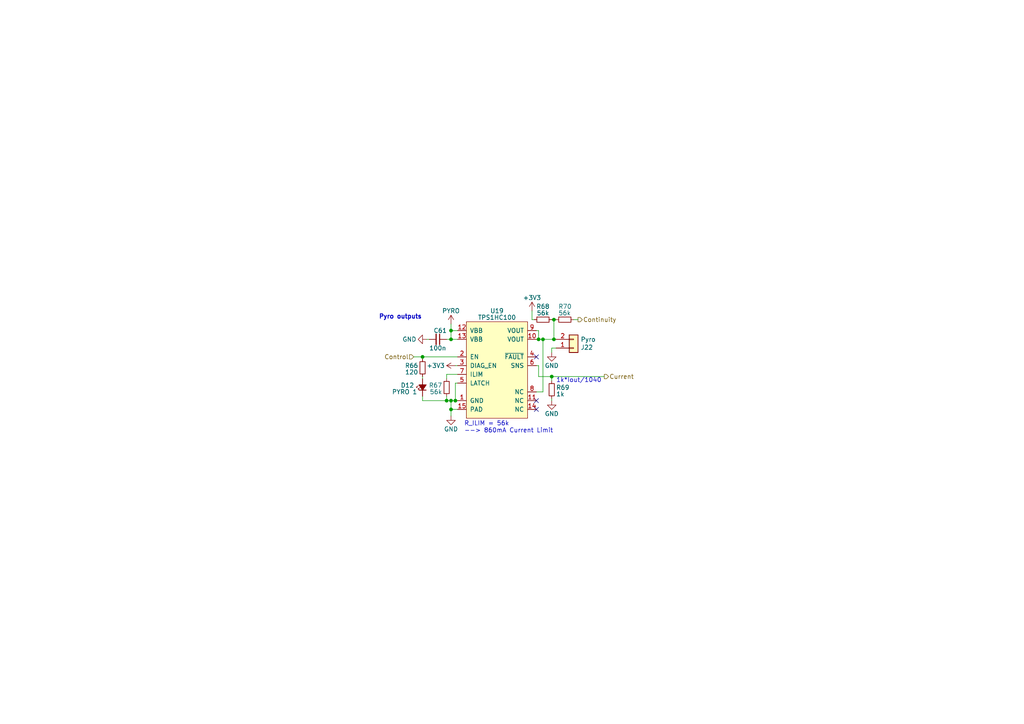
<source format=kicad_sch>
(kicad_sch (version 20211123) (generator eeschema)
  (paper "A4")
  (lib_symbols
    (symbol "Connector_Generic:Conn_01x02" (pin_names (offset 1.016) hide)
      (property "Reference" "J" (at 0 2.54 0))
      (property "Value" "Conn_01x02" (at 0 -5.08 0))
      (symbol "Conn_01x02_1_1"
        (rectangle (start -1.27 -2.413) (end 0 -2.667) (stroke (width 0.1524)))
        (rectangle (start -1.27 0.127) (end 0 -0.127) (stroke (width 0.1524)))
        (rectangle (start -1.27 1.27) (end 1.27 -3.81) (stroke (width 0.254)) (fill (type background)))
        (pin passive line (at -5.08 0 0) (length 3.81) (name "Pin_1") (number "1"))
        (pin passive line (at -5.08 -2.54 0) (length 3.81) (name "Pin_2") (number "2"))
      )
    )
    (symbol "Device:C_Small" (pin_numbers hide) (pin_names (offset 0.254) hide)
      (property "Reference" "C" (at 0.254 1.778 0))
      (property "Value" "C_Small" (at 0.254 -2.032 0))
      (symbol "C_Small_0_1"
        (polyline (pts (xy -1.524 -0.508) (xy 1.524 -0.508)) (stroke (width 0.3302)))
        (polyline (pts (xy -1.524 0.508) (xy 1.524 0.508)) (stroke (width 0.3048)))
      )
      (symbol "C_Small_1_1"
        (pin passive line (at 0 2.54 270) (length 2.032) (name "~") (number "1"))
        (pin passive line (at 0 -2.54 90) (length 2.032) (name "~") (number "2"))
      )
    )
    (symbol "Device:LED_Small_Filled" (pin_numbers hide) (pin_names (offset 0.254) hide)
      (property "Reference" "D" (at -1.27 3.175 0))
      (property "Value" "LED_Small_Filled" (at -4.445 -2.54 0))
      (symbol "LED_Small_Filled_0_1"
        (polyline (pts (xy -0.762 -1.016) (xy -0.762 1.016)) (stroke (width 0.254)))
        (polyline (pts (xy 1.016 0) (xy -0.762 0)))
        (polyline (pts (xy 0.762 -1.016) (xy -0.762 0) (xy 0.762 1.016) (xy 0.762 -1.016)) (stroke (width 0.254)) (fill (type outline)))
        (polyline (pts (xy 0 0.762) (xy -0.508 1.27) (xy -0.254 1.27) (xy -0.508 1.27) (xy -0.508 1.016)))
        (polyline (pts (xy 0.508 1.27) (xy 0 1.778) (xy 0.254 1.778) (xy 0 1.778) (xy 0 1.524)))
      )
      (symbol "LED_Small_Filled_1_1"
        (pin passive line (at -2.54 0 0) (length 1.778) (name "K") (number "1"))
        (pin passive line (at 2.54 0 180) (length 1.778) (name "A") (number "2"))
      )
    )
    (symbol "Device:R_Small" (pin_numbers hide) (pin_names (offset 0.254) hide)
      (property "Reference" "R" (at 0.762 0.508 0))
      (property "Value" "R_Small" (at 0.762 -1.016 0))
      (symbol "R_Small_0_1"
        (rectangle (start -0.762 1.778) (end 0.762 -1.778) (stroke (width 0.2032)))
      )
      (symbol "R_Small_1_1"
        (pin passive line (at 0 2.54 270) (length 0.762) (name "~") (number "1"))
        (pin passive line (at 0 -2.54 90) (length 0.762) (name "~") (number "2"))
      )
    )
    (symbol "TXV_LIB:Pyro" (power) (pin_names (offset 0))
      (property "Value" "Pyro" (at 0 3.556 0))
      (symbol "Pyro_0_1"
        (polyline (pts (xy -0.762 1.27) (xy 0 2.54)))
        (polyline (pts (xy 0 0) (xy 0 2.54)))
        (polyline (pts (xy 0 2.54) (xy 0.762 1.27)))
      )
      (symbol "Pyro_1_1"
        (pin power_in line (at 0 0 90) (length 0) hide (name "PYRO") (number "1"))
      )
    )
    (symbol "TXV_LIB:TPS1HC100" (pin_names (offset 1.016))
      (property "Reference" "U" (at 0 17.78 0))
      (property "Value" "TPS1HC100" (at 0 15.24 0))
      (symbol "TPS1HC100_0_1"
        (rectangle (start -8.89 13.97) (end 8.89 -13.97) (fill (type background)))
      )
      (symbol "TPS1HC100_1_1"
        (pin power_in line (at -11.43 -8.89 0) (length 2.54) (name "GND") (number "1"))
        (pin passive line (at 11.43 8.89 180) (length 2.54) (name "VOUT") (number "10"))
        (pin passive line (at 11.43 -8.89 180) (length 2.54) (name "NC") (number "11"))
        (pin power_in line (at -11.43 11.43 0) (length 2.54) (name "VBB") (number "12"))
        (pin power_in line (at -11.43 8.89 0) (length 2.54) (name "VBB") (number "13"))
        (pin passive line (at 11.43 -11.43 180) (length 2.54) (name "NC") (number "14"))
        (pin power_in line (at -11.43 -11.43 0) (length 2.54) (name "PAD") (number "15"))
        (pin input line (at -11.43 3.81 0) (length 2.54) (name "EN") (number "2"))
        (pin input line (at -11.43 1.27 0) (length 2.54) (name "DIAG_EN") (number "3"))
        (pin open_collector line (at 11.43 3.81 180) (length 2.54) (name "~{FAULT}") (number "4"))
        (pin input line (at -11.43 -3.81 0) (length 2.54) (name "LATCH") (number "5"))
        (pin output line (at 11.43 1.27 180) (length 2.54) (name "SNS") (number "6"))
        (pin output line (at -11.43 -1.27 0) (length 2.54) (name "ILIM") (number "7"))
        (pin passive line (at 11.43 -6.35 180) (length 2.54) (name "NC") (number "8"))
        (pin power_out line (at 11.43 11.43 180) (length 2.54) (name "VOUT") (number "9"))
      )
    )
    (symbol "power:+3V3" (power) (pin_names (offset 0))
      (property "Value" "+3V3" (at 0 3.556 0))
      (symbol "+3V3_0_1"
        (polyline (pts (xy -0.762 1.27) (xy 0 2.54)))
        (polyline (pts (xy 0 0) (xy 0 2.54)))
        (polyline (pts (xy 0 2.54) (xy 0.762 1.27)))
      )
      (symbol "+3V3_1_1"
        (pin power_in line (at 0 0 90) (length 0) hide (name "+3V3") (number "1"))
      )
    )
    (symbol "power:GND" (power) (pin_names (offset 0))
      (property "Value" "GND" (at 0 -3.81 0))
      (symbol "GND_0_1"
        (polyline (pts (xy 0 0) (xy 0 -1.27) (xy 1.27 -1.27) (xy 0 -2.54) (xy -1.27 -1.27) (xy 0 -1.27)))
      )
      (symbol "GND_1_1"
        (pin power_in line (at 0 0 270) (length 0) hide (name "GND") (number "1"))
      )
    )
  )
  (junction (at 156.21 98.425))
  (junction (at 129.54 116.205))
  (junction (at 160.02 109.22))
  (junction (at 160.655 92.71))
  (junction (at 160.655 98.425))
  (junction (at 130.81 95.885))
  (junction (at 132.08 116.205))
  (junction (at 157.48 98.425))
  (junction (at 130.81 116.205))
  (junction (at 122.555 103.505))
  (junction (at 130.81 98.425))
  (junction (at 130.81 118.745))
  (no_connect (at 155.575 116.205))
  (no_connect (at 155.575 118.745))
  (no_connect (at 155.575 103.505))
  (wire (pts (xy 157.48 98.425) (xy 160.655 98.425)))
  (wire (pts (xy 154.305 90.17) (xy 154.305 92.71)))
  (wire (pts (xy 160.02 109.22) (xy 160.02 110.49)))
  (wire (pts (xy 129.54 116.205) (xy 130.81 116.205)))
  (wire (pts (xy 157.48 113.665) (xy 155.575 113.665)))
  (wire (pts (xy 122.555 103.505) (xy 120.015 103.505)))
  (wire (pts (xy 161.29 92.71) (xy 160.655 92.71)))
  (wire (pts (xy 160.02 92.71) (xy 160.655 92.71)))
  (wire (pts (xy 167.64 92.71) (xy 166.37 92.71)))
  (wire (pts (xy 130.81 116.205) (xy 130.81 118.745)))
  (wire (pts (xy 132.715 118.745) (xy 130.81 118.745)))
  (wire (pts (xy 132.715 108.585) (xy 129.54 108.585)))
  (wire (pts (xy 175.26 109.22) (xy 160.02 109.22)))
  (wire (pts (xy 132.715 103.505) (xy 122.555 103.505)))
  (wire (pts (xy 155.575 106.045) (xy 156.21 106.045)))
  (wire (pts (xy 157.48 98.425) (xy 157.48 113.665)))
  (wire (pts (xy 160.655 98.425) (xy 161.29 98.425)))
  (wire (pts (xy 129.54 114.935) (xy 129.54 116.205)))
  (wire (pts (xy 122.555 116.205) (xy 129.54 116.205)))
  (wire (pts (xy 122.555 114.935) (xy 122.555 116.205)))
  (wire (pts (xy 132.08 116.205) (xy 130.81 116.205)))
  (wire (pts (xy 132.08 111.125) (xy 132.08 116.205)))
  (wire (pts (xy 132.08 106.045) (xy 132.715 106.045)))
  (wire (pts (xy 130.81 93.98) (xy 130.81 95.885)))
  (wire (pts (xy 123.825 98.425) (xy 124.46 98.425)))
  (wire (pts (xy 130.81 118.745) (xy 130.81 120.65)))
  (wire (pts (xy 156.21 109.22) (xy 156.21 106.045)))
  (wire (pts (xy 156.21 98.425) (xy 155.575 98.425)))
  (wire (pts (xy 132.715 111.125) (xy 132.08 111.125)))
  (wire (pts (xy 132.715 95.885) (xy 130.81 95.885)))
  (wire (pts (xy 132.715 98.425) (xy 130.81 98.425)))
  (wire (pts (xy 156.21 98.425) (xy 157.48 98.425)))
  (wire (pts (xy 130.81 98.425) (xy 130.81 95.885)))
  (wire (pts (xy 160.02 116.205) (xy 160.02 115.57)))
  (wire (pts (xy 129.54 108.585) (xy 129.54 109.855)))
  (wire (pts (xy 160.02 100.965) (xy 160.02 102.235)))
  (wire (pts (xy 160.655 92.71) (xy 160.655 98.425)))
  (wire (pts (xy 122.555 104.14) (xy 122.555 103.505)))
  (wire (pts (xy 129.54 98.425) (xy 130.81 98.425)))
  (wire (pts (xy 122.555 109.22) (xy 122.555 109.855)))
  (wire (pts (xy 156.21 95.885) (xy 156.21 98.425)))
  (wire (pts (xy 160.02 109.22) (xy 156.21 109.22)))
  (wire (pts (xy 155.575 95.885) (xy 156.21 95.885)))
  (wire (pts (xy 161.29 100.965) (xy 160.02 100.965)))
  (wire (pts (xy 132.715 116.205) (xy 132.08 116.205)))
  (wire (pts (xy 154.305 92.71) (xy 154.94 92.71)))
  (text "R_ILIM = 56k\n--> 860mA Current Limit" (at 134.62 125.73 0) (effects (font (size 1.27 1.27)) (justify left bottom)))
  (text "1k*Iout/1040" (at 161.29 111.125 0) (effects (font (size 1.27 1.27)) (justify left bottom)))
  (text "Pyro outputs" (at 109.855 92.71 0) (effects (font (size 1.27 1.27) (thickness 0.254) bold) (justify left bottom)))
  (hierarchical_label "Current" (shape output) (at 175.26 109.22 0))
  (hierarchical_label "Continuity" (shape output) (at 167.64 92.71 0))
  (hierarchical_label "Control" (shape input) (at 120.015 103.505 180))
  (symbol (lib_id "Device:R_Small") (at 160.02 113.03 180)
    (property "Reference" "R69" (at 161.29 112.395 0) (effects (justify right)))
    (property "Value" "1k" (at 161.29 114.3 0) (effects (justify right)))
    (property "Footprint" "Resistor_SMD:R_0603_1608Metric" (effects hide))
  )
  (symbol (lib_id "power:GND") (at 123.825 98.425 270)
    (property "Reference" "#PWR0187" (effects hide))
    (property "Value" "GND" (at 118.745 98.425 90))
  )
  (symbol (lib_id "TXV_LIB:Pyro") (at 130.81 93.98 0)
    (property "Reference" "#PWR0188" (effects hide))
    (property "Value" "Pyro" (at 130.81 90.17 0))
  )
  (symbol (lib_id "Device:C_Small") (at 127 98.425 270)
    (property "Reference" "C61" (at 125.73 95.885 90) (effects (justify left)))
    (property "Value" "100n" (at 124.46 100.965 90) (effects (justify left)))
    (property "Footprint" "Capacitor_SMD:C_0402_1005Metric" (effects hide))
  )
  (symbol (lib_id "power:+3V3") (at 132.08 106.045 90)
    (property "Reference" "#PWR0189" (effects hide))
    (property "Value" "+3V3" (at 126.365 106.045 90))
  )
  (symbol (lib_id "Device:R_Small") (at 129.54 112.395 0) (mirror x)
    (property "Reference" "R67" (at 128.27 111.76 0) (effects (justify right)))
    (property "Value" "56k" (at 128.27 113.665 0) (effects (justify right)))
    (property "Footprint" "Resistor_SMD:R_0603_1608Metric" (effects hide))
  )
  (symbol (lib_id "power:GND") (at 160.02 116.205 0) (mirror y)
    (property "Reference" "#PWR0190" (effects hide))
    (property "Value" "GND" (at 160.02 120.015 0))
  )
  (symbol (lib_id "TXV_LIB:TPS1HC100") (at 144.145 107.315 0)
    (property "Reference" "U19" (at 144.145 90.17 0))
    (property "Value" "TPS1HC100" (at 144.145 92.075 0))
    (property "Footprint" "Package_SO:HTSSOP-14-1EP_4.4x5mm_P0.65mm_EP3.4x5mm_Mask3x3.1mm" (effects hide))
  )
  (symbol (lib_id "Device:R_Small") (at 122.555 106.68 0)
    (property "Reference" "R66" (at 119.38 106.045 0))
    (property "Value" "120" (at 119.38 107.95 0))
    (property "Footprint" "Resistor_SMD:R_0603_1608Metric" (effects hide))
  )
  (symbol (lib_id "Device:R_Small") (at 163.83 92.71 270) (mirror x)
    (property "Reference" "R70" (at 161.925 88.9 90) (effects (justify left)))
    (property "Value" "56k" (at 161.925 90.805 90) (effects (justify left)))
    (property "Footprint" "Resistor_SMD:R_0603_1608Metric" (effects hide))
  )
  (symbol (lib_id "Device:R_Small") (at 157.48 92.71 270)
    (property "Reference" "R68" (at 157.48 88.9 90))
    (property "Value" "56k" (at 157.48 90.805 90))
    (property "Footprint" "Resistor_SMD:R_0603_1608Metric" (effects hide))
  )
  (symbol (lib_id "power:+3V3") (at 154.305 90.17 0)
    (property "Reference" "#PWR0191" (effects hide))
    (property "Value" "+3V3" (at 154.305 86.36 0))
  )
  (symbol (lib_id "power:GND") (at 160.02 102.235 0) (mirror y)
    (property "Reference" "#PWR0192" (effects hide))
    (property "Value" "GND" (at 160.02 106.045 0))
  )
  (symbol (lib_id "power:GND") (at 130.81 120.65 0)
    (property "Reference" "#PWR0193" (effects hide))
    (property "Value" "GND" (at 130.81 124.46 0))
  )
  (symbol (lib_id "Device:LED_Small_Filled") (at 122.555 112.395 90)
    (property "Reference" "D12" (at 116.205 111.76 90) (effects (justify right)))
    (property "Value" "PYRO 1" (at 113.665 113.665 90) (effects (justify right)))
    (property "Footprint" "LED_SMD:LED_0603_1608Metric" (effects hide))
  )
  (symbol (lib_id "Connector_Generic:Conn_01x02") (at 166.37 100.965 0) (mirror x)
    (property "Reference" "J22" (at 168.402 100.7618 0) (effects (justify left)))
    (property "Value" "Pyro" (at 168.402 98.4504 0) (effects (justify left)))
    (property "Footprint" "TXV_LIB:Molex_SL_1x2_Vertical" (effects hide))
  )
)
</source>
